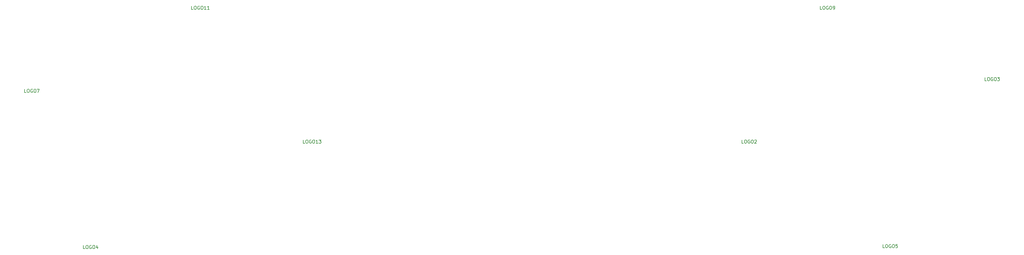
<source format=gbr>
G04 #@! TF.GenerationSoftware,KiCad,Pcbnew,(5.1.10)-1*
G04 #@! TF.CreationDate,2022-02-11T01:48:36+07:00*
G04 #@! TF.ProjectId,uso!VNC,75736f21-564e-4432-9e6b-696361645f70,rev?*
G04 #@! TF.SameCoordinates,Original*
G04 #@! TF.FileFunction,Legend,Top*
G04 #@! TF.FilePolarity,Positive*
%FSLAX45Y45*%
G04 Gerber Fmt 4.5, Leading zero omitted, Abs format (unit mm)*
G04 Created by KiCad (PCBNEW (5.1.10)-1) date 2022-02-11 01:48:36*
%MOMM*%
%LPD*%
G01*
G04 APERTURE LIST*
%ADD10C,0.150000*%
G04 APERTURE END LIST*
D10*
X13651792Y-8327774D02*
X13604173Y-8327774D01*
X13604173Y-8227774D01*
X13704173Y-8227774D02*
X13723220Y-8227774D01*
X13732744Y-8232536D01*
X13742268Y-8242060D01*
X13747030Y-8261107D01*
X13747030Y-8294441D01*
X13742268Y-8313488D01*
X13732744Y-8323012D01*
X13723220Y-8327774D01*
X13704173Y-8327774D01*
X13694649Y-8323012D01*
X13685125Y-8313488D01*
X13680363Y-8294441D01*
X13680363Y-8261107D01*
X13685125Y-8242060D01*
X13694649Y-8232536D01*
X13704173Y-8227774D01*
X13842268Y-8232536D02*
X13832744Y-8227774D01*
X13818458Y-8227774D01*
X13804173Y-8232536D01*
X13794649Y-8242060D01*
X13789887Y-8251584D01*
X13785125Y-8270631D01*
X13785125Y-8284917D01*
X13789887Y-8303964D01*
X13794649Y-8313488D01*
X13804173Y-8323012D01*
X13818458Y-8327774D01*
X13827982Y-8327774D01*
X13842268Y-8323012D01*
X13847030Y-8318250D01*
X13847030Y-8284917D01*
X13827982Y-8284917D01*
X13908935Y-8227774D02*
X13927982Y-8227774D01*
X13937506Y-8232536D01*
X13947030Y-8242060D01*
X13951792Y-8261107D01*
X13951792Y-8294441D01*
X13947030Y-8313488D01*
X13937506Y-8323012D01*
X13927982Y-8327774D01*
X13908935Y-8327774D01*
X13899411Y-8323012D01*
X13889887Y-8313488D01*
X13885125Y-8294441D01*
X13885125Y-8261107D01*
X13889887Y-8242060D01*
X13899411Y-8232536D01*
X13908935Y-8227774D01*
X14047030Y-8327774D02*
X13989887Y-8327774D01*
X14018458Y-8327774D02*
X14018458Y-8227774D01*
X14008935Y-8242060D01*
X13999411Y-8251584D01*
X13989887Y-8256345D01*
X14080363Y-8227774D02*
X14142268Y-8227774D01*
X14108935Y-8265869D01*
X14123220Y-8265869D01*
X14132744Y-8270631D01*
X14137506Y-8275393D01*
X14142268Y-8284917D01*
X14142268Y-8308726D01*
X14137506Y-8318250D01*
X14132744Y-8323012D01*
X14123220Y-8327774D01*
X14094649Y-8327774D01*
X14085125Y-8323012D01*
X14080363Y-8318250D01*
X26974935Y-8327805D02*
X26927316Y-8327805D01*
X26927316Y-8227805D01*
X27027316Y-8227805D02*
X27046364Y-8227805D01*
X27055888Y-8232567D01*
X27065412Y-8242091D01*
X27070173Y-8261139D01*
X27070173Y-8294472D01*
X27065412Y-8313520D01*
X27055888Y-8323044D01*
X27046364Y-8327805D01*
X27027316Y-8327805D01*
X27017792Y-8323044D01*
X27008269Y-8313520D01*
X27003507Y-8294472D01*
X27003507Y-8261139D01*
X27008269Y-8242091D01*
X27017792Y-8232567D01*
X27027316Y-8227805D01*
X27165412Y-8232567D02*
X27155888Y-8227805D01*
X27141602Y-8227805D01*
X27127316Y-8232567D01*
X27117792Y-8242091D01*
X27113031Y-8251615D01*
X27108269Y-8270663D01*
X27108269Y-8284948D01*
X27113031Y-8303996D01*
X27117792Y-8313520D01*
X27127316Y-8323044D01*
X27141602Y-8327805D01*
X27151126Y-8327805D01*
X27165412Y-8323044D01*
X27170173Y-8318282D01*
X27170173Y-8284948D01*
X27151126Y-8284948D01*
X27232078Y-8227805D02*
X27251126Y-8227805D01*
X27260650Y-8232567D01*
X27270173Y-8242091D01*
X27274935Y-8261139D01*
X27274935Y-8294472D01*
X27270173Y-8313520D01*
X27260650Y-8323044D01*
X27251126Y-8327805D01*
X27232078Y-8327805D01*
X27222554Y-8323044D01*
X27213031Y-8313520D01*
X27208269Y-8294472D01*
X27208269Y-8261139D01*
X27213031Y-8242091D01*
X27222554Y-8232567D01*
X27232078Y-8227805D01*
X27313031Y-8237329D02*
X27317792Y-8232567D01*
X27327316Y-8227805D01*
X27351126Y-8227805D01*
X27360650Y-8232567D01*
X27365412Y-8237329D01*
X27370173Y-8246853D01*
X27370173Y-8256377D01*
X27365412Y-8270663D01*
X27308269Y-8327805D01*
X27370173Y-8327805D01*
X10258479Y-4249859D02*
X10210860Y-4249859D01*
X10210860Y-4149859D01*
X10310860Y-4149859D02*
X10329907Y-4149859D01*
X10339431Y-4154621D01*
X10348955Y-4164144D01*
X10353717Y-4183192D01*
X10353717Y-4216525D01*
X10348955Y-4235573D01*
X10339431Y-4245097D01*
X10329907Y-4249859D01*
X10310860Y-4249859D01*
X10301336Y-4245097D01*
X10291812Y-4235573D01*
X10287050Y-4216525D01*
X10287050Y-4183192D01*
X10291812Y-4164144D01*
X10301336Y-4154621D01*
X10310860Y-4149859D01*
X10448955Y-4154621D02*
X10439431Y-4149859D01*
X10425145Y-4149859D01*
X10410860Y-4154621D01*
X10401336Y-4164144D01*
X10396574Y-4173668D01*
X10391812Y-4192716D01*
X10391812Y-4207002D01*
X10396574Y-4226049D01*
X10401336Y-4235573D01*
X10410860Y-4245097D01*
X10425145Y-4249859D01*
X10434669Y-4249859D01*
X10448955Y-4245097D01*
X10453717Y-4240335D01*
X10453717Y-4207002D01*
X10434669Y-4207002D01*
X10515622Y-4149859D02*
X10534669Y-4149859D01*
X10544193Y-4154621D01*
X10553717Y-4164144D01*
X10558479Y-4183192D01*
X10558479Y-4216525D01*
X10553717Y-4235573D01*
X10544193Y-4245097D01*
X10534669Y-4249859D01*
X10515622Y-4249859D01*
X10506098Y-4245097D01*
X10496574Y-4235573D01*
X10491812Y-4216525D01*
X10491812Y-4183192D01*
X10496574Y-4164144D01*
X10506098Y-4154621D01*
X10515622Y-4149859D01*
X10653717Y-4249859D02*
X10596574Y-4249859D01*
X10625145Y-4249859D02*
X10625145Y-4149859D01*
X10615622Y-4164144D01*
X10606098Y-4173668D01*
X10596574Y-4178430D01*
X10748955Y-4249859D02*
X10691812Y-4249859D01*
X10720384Y-4249859D02*
X10720384Y-4149859D01*
X10710860Y-4164144D01*
X10701336Y-4173668D01*
X10691812Y-4178430D01*
X29356146Y-4249859D02*
X29308527Y-4249859D01*
X29308527Y-4149859D01*
X29408527Y-4149859D02*
X29427574Y-4149859D01*
X29437098Y-4154621D01*
X29446622Y-4164144D01*
X29451384Y-4183192D01*
X29451384Y-4216525D01*
X29446622Y-4235573D01*
X29437098Y-4245097D01*
X29427574Y-4249859D01*
X29408527Y-4249859D01*
X29399003Y-4245097D01*
X29389479Y-4235573D01*
X29384717Y-4216525D01*
X29384717Y-4183192D01*
X29389479Y-4164144D01*
X29399003Y-4154621D01*
X29408527Y-4149859D01*
X29546622Y-4154621D02*
X29537098Y-4149859D01*
X29522812Y-4149859D01*
X29508527Y-4154621D01*
X29499003Y-4164144D01*
X29494241Y-4173668D01*
X29489479Y-4192716D01*
X29489479Y-4207002D01*
X29494241Y-4226049D01*
X29499003Y-4235573D01*
X29508527Y-4245097D01*
X29522812Y-4249859D01*
X29532336Y-4249859D01*
X29546622Y-4245097D01*
X29551384Y-4240335D01*
X29551384Y-4207002D01*
X29532336Y-4207002D01*
X29613289Y-4149859D02*
X29632336Y-4149859D01*
X29641860Y-4154621D01*
X29651384Y-4164144D01*
X29656146Y-4183192D01*
X29656146Y-4216525D01*
X29651384Y-4235573D01*
X29641860Y-4245097D01*
X29632336Y-4249859D01*
X29613289Y-4249859D01*
X29603765Y-4245097D01*
X29594241Y-4235573D01*
X29589479Y-4216525D01*
X29589479Y-4183192D01*
X29594241Y-4164144D01*
X29603765Y-4154621D01*
X29613289Y-4149859D01*
X29703765Y-4249859D02*
X29722812Y-4249859D01*
X29732336Y-4245097D01*
X29737098Y-4240335D01*
X29746622Y-4226049D01*
X29751384Y-4207002D01*
X29751384Y-4168906D01*
X29746622Y-4159383D01*
X29741860Y-4154621D01*
X29732336Y-4149859D01*
X29713289Y-4149859D01*
X29703765Y-4154621D01*
X29699003Y-4159383D01*
X29694241Y-4168906D01*
X29694241Y-4192716D01*
X29699003Y-4202240D01*
X29703765Y-4207002D01*
X29713289Y-4211764D01*
X29732336Y-4211764D01*
X29741860Y-4207002D01*
X29746622Y-4202240D01*
X29751384Y-4192716D01*
X5186397Y-6779943D02*
X5138778Y-6779943D01*
X5138778Y-6679943D01*
X5238778Y-6679943D02*
X5257826Y-6679943D01*
X5267350Y-6684705D01*
X5276874Y-6694229D01*
X5281636Y-6713277D01*
X5281636Y-6746610D01*
X5276874Y-6765657D01*
X5267350Y-6775181D01*
X5257826Y-6779943D01*
X5238778Y-6779943D01*
X5229255Y-6775181D01*
X5219731Y-6765657D01*
X5214969Y-6746610D01*
X5214969Y-6713277D01*
X5219731Y-6694229D01*
X5229255Y-6684705D01*
X5238778Y-6679943D01*
X5376874Y-6684705D02*
X5367350Y-6679943D01*
X5353064Y-6679943D01*
X5338778Y-6684705D01*
X5329255Y-6694229D01*
X5324493Y-6703753D01*
X5319731Y-6722800D01*
X5319731Y-6737086D01*
X5324493Y-6756134D01*
X5329255Y-6765657D01*
X5338778Y-6775181D01*
X5353064Y-6779943D01*
X5362588Y-6779943D01*
X5376874Y-6775181D01*
X5381636Y-6770419D01*
X5381636Y-6737086D01*
X5362588Y-6737086D01*
X5443540Y-6679943D02*
X5462588Y-6679943D01*
X5472112Y-6684705D01*
X5481636Y-6694229D01*
X5486397Y-6713277D01*
X5486397Y-6746610D01*
X5481636Y-6765657D01*
X5472112Y-6775181D01*
X5462588Y-6779943D01*
X5443540Y-6779943D01*
X5434016Y-6775181D01*
X5424493Y-6765657D01*
X5419731Y-6746610D01*
X5419731Y-6713277D01*
X5424493Y-6694229D01*
X5434016Y-6684705D01*
X5443540Y-6679943D01*
X5519731Y-6679943D02*
X5586397Y-6679943D01*
X5543540Y-6779943D01*
X31261151Y-11512689D02*
X31213531Y-11512689D01*
X31213531Y-11412689D01*
X31313531Y-11412689D02*
X31332579Y-11412689D01*
X31342103Y-11417451D01*
X31351627Y-11426975D01*
X31356389Y-11446023D01*
X31356389Y-11479356D01*
X31351627Y-11498404D01*
X31342103Y-11507928D01*
X31332579Y-11512689D01*
X31313531Y-11512689D01*
X31304008Y-11507928D01*
X31294484Y-11498404D01*
X31289722Y-11479356D01*
X31289722Y-11446023D01*
X31294484Y-11426975D01*
X31304008Y-11417451D01*
X31313531Y-11412689D01*
X31451627Y-11417451D02*
X31442103Y-11412689D01*
X31427817Y-11412689D01*
X31413531Y-11417451D01*
X31404008Y-11426975D01*
X31399246Y-11436499D01*
X31394484Y-11455547D01*
X31394484Y-11469832D01*
X31399246Y-11488880D01*
X31404008Y-11498404D01*
X31413531Y-11507928D01*
X31427817Y-11512689D01*
X31437341Y-11512689D01*
X31451627Y-11507928D01*
X31456389Y-11503166D01*
X31456389Y-11469832D01*
X31437341Y-11469832D01*
X31518293Y-11412689D02*
X31537341Y-11412689D01*
X31546865Y-11417451D01*
X31556389Y-11426975D01*
X31561151Y-11446023D01*
X31561151Y-11479356D01*
X31556389Y-11498404D01*
X31546865Y-11507928D01*
X31537341Y-11512689D01*
X31518293Y-11512689D01*
X31508770Y-11507928D01*
X31499246Y-11498404D01*
X31494484Y-11479356D01*
X31494484Y-11446023D01*
X31499246Y-11426975D01*
X31508770Y-11417451D01*
X31518293Y-11412689D01*
X31651627Y-11412689D02*
X31604008Y-11412689D01*
X31599246Y-11460309D01*
X31604008Y-11455547D01*
X31613531Y-11450785D01*
X31637341Y-11450785D01*
X31646865Y-11455547D01*
X31651627Y-11460309D01*
X31656389Y-11469832D01*
X31656389Y-11493642D01*
X31651627Y-11503166D01*
X31646865Y-11507928D01*
X31637341Y-11512689D01*
X31613531Y-11512689D01*
X31604008Y-11507928D01*
X31599246Y-11503166D01*
X6972351Y-11542475D02*
X6924732Y-11542475D01*
X6924732Y-11442475D01*
X7024732Y-11442475D02*
X7043780Y-11442475D01*
X7053304Y-11447237D01*
X7062828Y-11456761D01*
X7067589Y-11475808D01*
X7067589Y-11509142D01*
X7062828Y-11528189D01*
X7053304Y-11537713D01*
X7043780Y-11542475D01*
X7024732Y-11542475D01*
X7015208Y-11537713D01*
X7005685Y-11528189D01*
X7000923Y-11509142D01*
X7000923Y-11475808D01*
X7005685Y-11456761D01*
X7015208Y-11447237D01*
X7024732Y-11442475D01*
X7162828Y-11447237D02*
X7153304Y-11442475D01*
X7139018Y-11442475D01*
X7124732Y-11447237D01*
X7115208Y-11456761D01*
X7110447Y-11466285D01*
X7105685Y-11485332D01*
X7105685Y-11499618D01*
X7110447Y-11518665D01*
X7115208Y-11528189D01*
X7124732Y-11537713D01*
X7139018Y-11542475D01*
X7148542Y-11542475D01*
X7162828Y-11537713D01*
X7167589Y-11532951D01*
X7167589Y-11499618D01*
X7148542Y-11499618D01*
X7229494Y-11442475D02*
X7248542Y-11442475D01*
X7258066Y-11447237D01*
X7267589Y-11456761D01*
X7272351Y-11475808D01*
X7272351Y-11509142D01*
X7267589Y-11528189D01*
X7258066Y-11537713D01*
X7248542Y-11542475D01*
X7229494Y-11542475D01*
X7219970Y-11537713D01*
X7210447Y-11528189D01*
X7205685Y-11509142D01*
X7205685Y-11475808D01*
X7210447Y-11456761D01*
X7219970Y-11447237D01*
X7229494Y-11442475D01*
X7358066Y-11475808D02*
X7358066Y-11542475D01*
X7334256Y-11437713D02*
X7310447Y-11509142D01*
X7372351Y-11509142D01*
X34356841Y-6422811D02*
X34309222Y-6422811D01*
X34309222Y-6322811D01*
X34409222Y-6322811D02*
X34428270Y-6322811D01*
X34437794Y-6327573D01*
X34447318Y-6337097D01*
X34452080Y-6356144D01*
X34452080Y-6389477D01*
X34447318Y-6408525D01*
X34437794Y-6418049D01*
X34428270Y-6422811D01*
X34409222Y-6422811D01*
X34399699Y-6418049D01*
X34390175Y-6408525D01*
X34385413Y-6389477D01*
X34385413Y-6356144D01*
X34390175Y-6337097D01*
X34399699Y-6327573D01*
X34409222Y-6322811D01*
X34547318Y-6327573D02*
X34537794Y-6322811D01*
X34523508Y-6322811D01*
X34509222Y-6327573D01*
X34499699Y-6337097D01*
X34494937Y-6346620D01*
X34490175Y-6365668D01*
X34490175Y-6379954D01*
X34494937Y-6399001D01*
X34499699Y-6408525D01*
X34509222Y-6418049D01*
X34523508Y-6422811D01*
X34533032Y-6422811D01*
X34547318Y-6418049D01*
X34552080Y-6413287D01*
X34552080Y-6379954D01*
X34533032Y-6379954D01*
X34613984Y-6322811D02*
X34633032Y-6322811D01*
X34642556Y-6327573D01*
X34652080Y-6337097D01*
X34656841Y-6356144D01*
X34656841Y-6389477D01*
X34652080Y-6408525D01*
X34642556Y-6418049D01*
X34633032Y-6422811D01*
X34613984Y-6422811D01*
X34604460Y-6418049D01*
X34594937Y-6408525D01*
X34590175Y-6389477D01*
X34590175Y-6356144D01*
X34594937Y-6337097D01*
X34604460Y-6327573D01*
X34613984Y-6322811D01*
X34690175Y-6322811D02*
X34752080Y-6322811D01*
X34718746Y-6360906D01*
X34733032Y-6360906D01*
X34742556Y-6365668D01*
X34747318Y-6370430D01*
X34752080Y-6379954D01*
X34752080Y-6403763D01*
X34747318Y-6413287D01*
X34742556Y-6418049D01*
X34733032Y-6422811D01*
X34704460Y-6422811D01*
X34694937Y-6418049D01*
X34690175Y-6413287D01*
M02*

</source>
